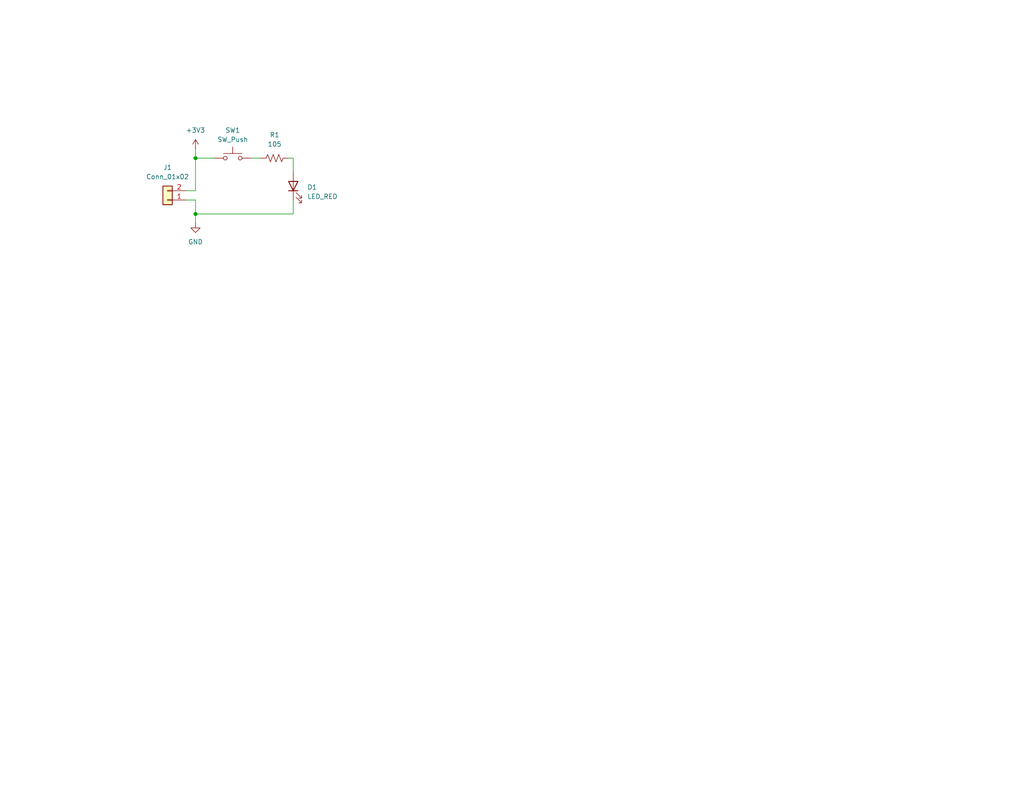
<source format=kicad_sch>
(kicad_sch (version 20231120) (generator "eeschema") (generator_version "8.0")
  (paper "USLetter")
  (title_block (title "LED Project_1") (date "2022-08-16") (rev "0.0") (company "Illini Solar Car") (comment 1 "Designed By: Noah Chansey"))
  (lib_symbols
    (symbol "Connector_Generic:Conn_01x02" (pin_names (offset 1.016) hide)
      (property "Reference" "J" (at 0 2.54 0))
      (property "Value" "Conn_01x02" (at 0 -5.08 0))
      (symbol "Conn_01x02_1_1"
        (rectangle (start -1.27 -2.413) (end 0 -2.667) (stroke (width 0.1524)))
        (rectangle (start -1.27 0.127) (end 0 -0.127) (stroke (width 0.1524)))
        (rectangle (start -1.27 1.27) (end 1.27 -3.81) (stroke (width 0.254)) (fill (type background)))
        (pin passive line (at -5.08 0 0) (length 3.81) (name "Pin_1") (number "1"))
        (pin passive line (at -5.08 -2.54 0) (length 3.81) (name "Pin_2") (number "2"))
      )
    )
    (symbol "Device:R_US" (pin_numbers hide) (pin_names (offset 0))
      (property "Reference" "R" (at 2.54 0 90))
      (property "Value" "R_US" (at -2.54 0 90))
      (symbol "R_US_0_1"
        (polyline (pts (xy 0 -2.286) (xy 0 -2.54)))
        (polyline (pts (xy 0 2.286) (xy 0 2.54)))
        (polyline (pts (xy 0 -0.762) (xy 1.016 -1.143) (xy 0 -1.524) (xy -1.016 -1.905) (xy 0 -2.286)))
        (polyline (pts (xy 0 0.762) (xy 1.016 0.381) (xy 0 0) (xy -1.016 -0.381) (xy 0 -0.762)))
        (polyline (pts (xy 0 2.286) (xy 1.016 1.905) (xy 0 1.524) (xy -1.016 1.143) (xy 0 0.762)))
      )
      (symbol "R_US_1_1"
        (pin passive line (at 0 3.81 270) (length 1.27) (name "~") (number "1"))
        (pin passive line (at 0 -3.81 90) (length 1.27) (name "~") (number "2"))
      )
    )
    (symbol "Switch:SW_Push" (pin_numbers hide) (pin_names (offset 1.016) hide)
      (property "Reference" "SW" (at 1.27 2.54 0))
      (property "Value" "SW_Push" (at 0 -1.524 0))
      (symbol "SW_Push_0_1"
        (circle (center -2.032 0) (radius 0.508))
        (polyline (pts (xy 0 1.27) (xy 0 3.048)))
        (polyline (pts (xy 2.54 1.27) (xy -2.54 1.27)))
        (circle (center 2.032 0) (radius 0.508))
        (pin passive line (at -5.08 0 0) (length 2.54) (name "1") (number "1"))
        (pin passive line (at 5.08 0 180) (length 2.54) (name "2") (number "2"))
      )
    )
    (symbol "device:LED" (pin_numbers hide) (pin_names (offset 1.016) hide)
      (property "Reference" "D" (at 0 2.54 0))
      (property "Value" "LED" (at 0 -2.54 0))
      (symbol "LED_0_1"
        (polyline (pts (xy -1.27 -1.27) (xy -1.27 1.27)) (stroke (width 0.254)))
        (polyline (pts (xy -1.27 0) (xy 1.27 0)))
        (polyline (pts (xy 1.27 -1.27) (xy 1.27 1.27) (xy -1.27 0) (xy 1.27 -1.27)) (stroke (width 0.254)))
        (polyline (pts (xy -3.048 -0.762) (xy -4.572 -2.286) (xy -3.81 -2.286) (xy -4.572 -2.286) (xy -4.572 -1.524)))
        (polyline (pts (xy -1.778 -0.762) (xy -3.302 -2.286) (xy -2.54 -2.286) (xy -3.302 -2.286) (xy -3.302 -1.524)))
      )
      (symbol "LED_1_1"
        (pin passive line (at -3.81 0 0) (length 2.54) (name "K") (number "1"))
        (pin passive line (at 3.81 0 180) (length 2.54) (name "A") (number "2"))
      )
    )
    (symbol "power:+3V3" (power) (pin_names (offset 0))
      (property "Value" "+3V3" (at 0 3.556 0))
      (symbol "+3V3_0_1"
        (polyline (pts (xy -0.762 1.27) (xy 0 2.54)))
        (polyline (pts (xy 0 0) (xy 0 2.54)))
        (polyline (pts (xy 0 2.54) (xy 0.762 1.27)))
      )
      (symbol "+3V3_1_1"
        (pin power_in line (at 0 0 90) (length 0) hide (name "+3V3") (number "1"))
      )
    )
    (symbol "power:GND" (power) (pin_names (offset 0))
      (property "Value" "GND" (at 0 -3.81 0))
      (symbol "GND_0_1"
        (polyline (pts (xy 0 0) (xy 0 -1.27) (xy 1.27 -1.27) (xy 0 -2.54) (xy -1.27 -1.27) (xy 0 -1.27)))
      )
      (symbol "GND_1_1"
        (pin power_in line (at 0 0 270) (length 0) hide (name "GND") (number "1"))
      )
    )
  )
  (junction (at 53.34 58.42))
  (junction (at 53.34 43.18))
  (wire (pts (xy 50.8 54.61) (xy 53.34 54.61)))
  (wire (pts (xy 80.01 54.61) (xy 80.01 58.42)))
  (wire (pts (xy 53.34 43.18) (xy 58.42 43.18)))
  (wire (pts (xy 68.58 43.18) (xy 71.12 43.18)))
  (wire (pts (xy 53.34 40.64) (xy 53.34 43.18)))
  (wire (pts (xy 80.01 58.42) (xy 53.34 58.42)))
  (wire (pts (xy 78.74 43.18) (xy 80.01 43.18)))
  (wire (pts (xy 53.34 58.42) (xy 53.34 54.61)))
  (wire (pts (xy 53.34 58.42) (xy 53.34 60.96)))
  (wire (pts (xy 80.01 43.18) (xy 80.01 46.99)))
  (wire (pts (xy 53.34 43.18) (xy 53.34 52.07)))
  (wire (pts (xy 50.8 52.07) (xy 53.34 52.07)))
  (symbol (lib_id "power:+3V3") (at 53.34 40.64 0) (unit 1)
    (property "Reference" "#PWR01" (effects (hide yes)))
    (property "Value" "+3V3" (at 53.34 35.56 0))
    (property "Description" "Power symbol creates a global label with name \"+3V3\"" (effects (hide yes)))
  )
  (symbol (lib_id "Connector_Generic:Conn_01x02") (at 45.72 54.61 180) (unit 1)
    (property "Reference" "J1" (at 45.72 45.72 0))
    (property "Value" "Conn_01x02" (at 45.72 48.26 0))
    (property "Footprint" "Connector_Molex:Molex_KK-254_AE-6410-02A_1x02_P2.54mm_Vertical" (effects (hide yes)))
    (property "Datasheet" "https://www.molex.com/content/dam/molex/molex-dot-com/products/automated/en-us/salesdrawingpdf/641/6410/022272021_sd.pdf?inline" (effects (hide yes)))
    (property "Description" "Generic connector, single row, 01x02, script generated (kicad-library-utils/schlib/autogen/connector/)" (effects (hide yes)))
    (property "MPN" "022272021" (effects (hide yes)))
  )
  (symbol (lib_id "Switch:SW_Push") (at 63.5 43.18 0) (unit 1)
    (property "Reference" "SW1" (at 63.5 35.56 0))
    (property "Value" "SW_Push" (at 63.5 38.1 0))
    (property "Footprint" "Button_Switch_SMD:SW_DIP_SPSTx01_Slide_6.7x4.1mm_W8.61mm_P2.54mm_LowProfile" (effects (hide yes)))
    (property "Datasheet" "https://www.te.com/usa-en/product-1825910-6.datasheet.pdf" (effects (hide yes)))
    (property "Description" "Push button switch, generic, two pins" (effects (hide yes)))
    (property "MPN" "1825910-6" (effects (hide yes)))
  )
  (symbol (lib_id "power:GND") (at 53.34 60.96 0) (unit 1)
    (property "Reference" "#PWR02" (effects (hide yes)))
    (property "Value" "GND" (at 53.34 66.04 0))
    (property "Description" "Power symbol creates a global label with name \"GND\" , ground" (effects (hide yes)))
  )
  (symbol (lib_id "Device:R_US") (at 74.93 43.18 90) (unit 1)
    (property "Reference" "R1" (at 74.93 36.83 90))
    (property "Value" "105" (at 74.93 39.37 90))
    (property "Footprint" "Resistor_SMD:R_0603_1608Metric_Pad0.98x0.95mm_HandSolder" (effects (hide yes)))
    (property "Description" "Resistor, US symbol" (effects (hide yes)))
  )
  (symbol (lib_id "device:LED") (at 80.01 50.8 90) (unit 1)
    (property "Reference" "D1" (at 83.82 51.1174 90) (effects (justify right)))
    (property "Value" "LED_RED" (at 83.82 53.6574 90) (effects (justify right)))
    (property "Footprint" "layout:LED_0603_Symbol_on_F.SilkS" (effects (hide yes)))
    (property "Description" "Light emitting diode" (effects (hide yes)))
  )
)
</source>
